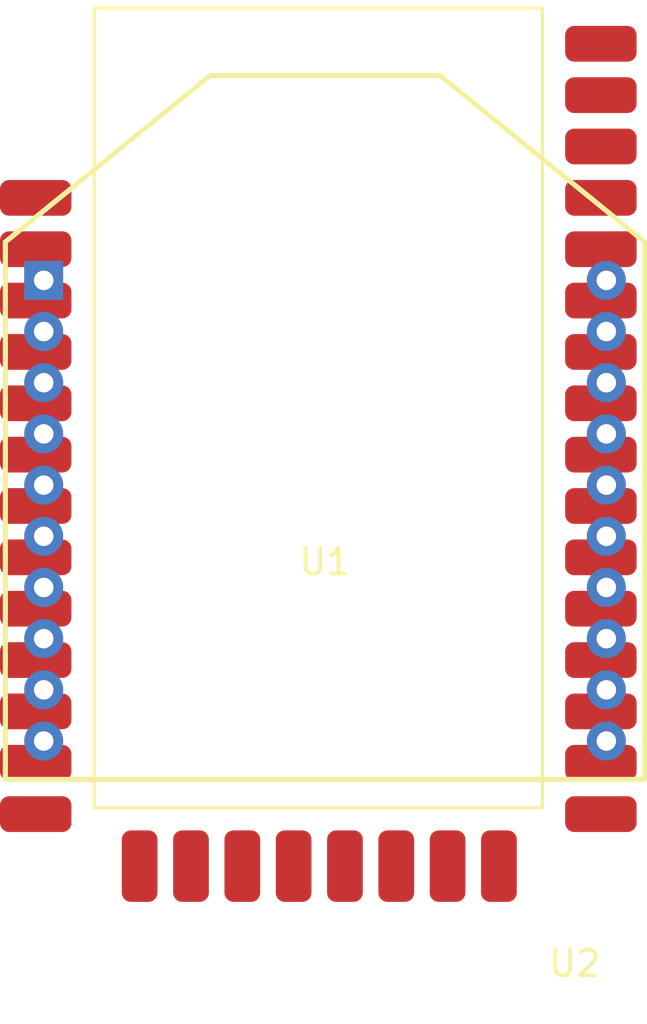
<source format=kicad_pcb>
(kicad_pcb (version 20171130) (host pcbnew 5.1.5+dfsg1-2build2)

  (general
    (thickness 1.6)
    (drawings 0)
    (tracks 0)
    (zones 0)
    (modules 2)
    (nets 19)
  )

  (page A4)
  (layers
    (0 F.Cu signal)
    (31 B.Cu signal)
    (32 B.Adhes user)
    (33 F.Adhes user)
    (34 B.Paste user)
    (35 F.Paste user)
    (36 B.SilkS user)
    (37 F.SilkS user)
    (38 B.Mask user)
    (39 F.Mask user)
    (40 Dwgs.User user)
    (41 Cmts.User user)
    (42 Eco1.User user)
    (43 Eco2.User user)
    (44 Edge.Cuts user)
    (45 Margin user)
    (46 B.CrtYd user)
    (47 F.CrtYd user)
    (48 B.Fab user)
    (49 F.Fab user)
  )

  (setup
    (last_trace_width 0.25)
    (trace_clearance 0.2)
    (zone_clearance 0.508)
    (zone_45_only no)
    (trace_min 0.2)
    (via_size 0.8)
    (via_drill 0.4)
    (via_min_size 0.4)
    (via_min_drill 0.3)
    (uvia_size 0.3)
    (uvia_drill 0.1)
    (uvias_allowed no)
    (uvia_min_size 0.2)
    (uvia_min_drill 0.1)
    (edge_width 0.05)
    (segment_width 0.2)
    (pcb_text_width 0.3)
    (pcb_text_size 1.5 1.5)
    (mod_edge_width 0.12)
    (mod_text_size 1 1)
    (mod_text_width 0.15)
    (pad_size 1.524 1.524)
    (pad_drill 0.762)
    (pad_to_mask_clearance 0.051)
    (solder_mask_min_width 0.25)
    (aux_axis_origin 0 0)
    (visible_elements FFFFFF7F)
    (pcbplotparams
      (layerselection 0x010fc_ffffffff)
      (usegerberextensions false)
      (usegerberattributes false)
      (usegerberadvancedattributes false)
      (creategerberjobfile false)
      (excludeedgelayer true)
      (linewidth 0.100000)
      (plotframeref false)
      (viasonmask false)
      (mode 1)
      (useauxorigin false)
      (hpglpennumber 1)
      (hpglpenspeed 20)
      (hpglpendiameter 15.000000)
      (psnegative false)
      (psa4output false)
      (plotreference true)
      (plotvalue true)
      (plotinvisibletext false)
      (padsonsilk false)
      (subtractmaskfromsilk false)
      (outputformat 1)
      (mirror false)
      (drillshape 1)
      (scaleselection 1)
      (outputdirectory ""))
  )

  (net 0 "")
  (net 1 /SPI_MISO)
  (net 2 /AD3)
  (net 3 /DIN)
  (net 4 /DOUT)
  (net 5 VCC)
  (net 6 /AD2)
  (net 7 /AD1)
  (net 8 /AD0)
  (net 9 /~RTS)
  (net 10 /ASSOCIATE)
  (net 11 /~SLEEP)
  (net 12 /~CTS)
  (net 13 /SPI_MOSI)
  (net 14 /~RESET)
  (net 15 /RSSI_PWM)
  (net 16 /PWM1)
  (net 17 /~SLEEP_REQ)
  (net 18 GND)

  (net_class Default "Ceci est la Netclass par défaut."
    (clearance 0.2)
    (trace_width 0.25)
    (via_dia 0.8)
    (via_drill 0.4)
    (uvia_dia 0.3)
    (uvia_drill 0.1)
    (add_net /AD0)
    (add_net /AD1)
    (add_net /AD2)
    (add_net /AD3)
    (add_net /ASSOCIATE)
    (add_net /DIN)
    (add_net /DOUT)
    (add_net /PWM1)
    (add_net /RSSI_PWM)
    (add_net /SPI_MISO)
    (add_net /SPI_MOSI)
    (add_net /~CTS)
    (add_net /~RESET)
    (add_net /~RTS)
    (add_net /~SLEEP)
    (add_net /~SLEEP_REQ)
    (add_net GND)
    (add_net VCC)
  )

  (module Insa:Xbee3 (layer F.Cu) (tedit 5D67DB32) (tstamp 61B287CD)
    (at 152.790001 76.076001)
    (path /61B2A685)
    (fp_text reference U1 (at 0 5) (layer F.SilkS)
      (effects (font (size 1 1) (thickness 0.15)))
    )
    (fp_text value XBee (at 0 6.5) (layer F.Fab)
      (effects (font (size 1 1) (thickness 0.15)))
    )
    (fp_line (start -12.5 13.5) (end 12.5 13.5) (layer F.SilkS) (width 0.2))
    (fp_line (start 12.5 13.5) (end 12.5 -7.5) (layer F.SilkS) (width 0.2))
    (fp_line (start -12.5 13.5) (end -12.5 -7.5) (layer F.SilkS) (width 0.2))
    (fp_line (start -4.5 -14) (end 4.5 -14) (layer F.SilkS) (width 0.2))
    (fp_line (start 4.5 -14) (end 12.5 -7.5) (layer F.SilkS) (width 0.2))
    (fp_line (start -12.5 -7.5) (end -4.5 -14) (layer F.SilkS) (width 0.2))
    (fp_line (start -4.5 -14) (end 4.5 -14) (layer F.CrtYd) (width 0.2))
    (fp_line (start 4.5 -14) (end 12.5 -7.5) (layer F.CrtYd) (width 0.2))
    (fp_line (start 12.5 -7.5) (end 12.5 13.5) (layer F.CrtYd) (width 0.2))
    (fp_line (start 12.5 13.5) (end -12.5 13.5) (layer F.CrtYd) (width 0.2))
    (fp_line (start -12.5 13.5) (end -12.5 -7.5) (layer F.CrtYd) (width 0.2))
    (fp_line (start -12.5 -7.5) (end -4.5 -14) (layer F.CrtYd) (width 0.2))
    (pad 4 thru_hole circle (at -11 0) (size 1.524 1.524) (drill 0.762) (layers *.Cu *.Mask)
      (net 1 /SPI_MISO))
    (pad 17 thru_hole circle (at 11 0) (size 1.524 1.524) (drill 0.762) (layers *.Cu *.Mask)
      (net 2 /AD3))
    (pad 3 thru_hole circle (at -11 -2) (size 1.524 1.524) (drill 0.762) (layers *.Cu *.Mask)
      (net 3 /DIN))
    (pad 2 thru_hole circle (at -11 -4) (size 1.524 1.524) (drill 0.762) (layers *.Cu *.Mask)
      (net 4 /DOUT))
    (pad 1 thru_hole rect (at -11 -6) (size 1.524 1.524) (drill 0.762) (layers *.Cu *.Mask)
      (net 5 VCC))
    (pad 18 thru_hole circle (at 11 -2) (size 1.524 1.524) (drill 0.762) (layers *.Cu *.Mask)
      (net 6 /AD2))
    (pad 19 thru_hole circle (at 11 -4) (size 1.524 1.524) (drill 0.762) (layers *.Cu *.Mask)
      (net 7 /AD1))
    (pad 20 thru_hole circle (at 11 -6) (size 1.524 1.524) (drill 0.762) (layers *.Cu *.Mask)
      (net 8 /AD0))
    (pad 16 thru_hole circle (at 11 2) (size 1.524 1.524) (drill 0.762) (layers *.Cu *.Mask)
      (net 9 /~RTS))
    (pad 15 thru_hole circle (at 11 4) (size 1.524 1.524) (drill 0.762) (layers *.Cu *.Mask)
      (net 10 /ASSOCIATE))
    (pad 14 thru_hole circle (at 11 6) (size 1.524 1.524) (drill 0.762) (layers *.Cu *.Mask))
    (pad 13 thru_hole circle (at 11 8) (size 1.524 1.524) (drill 0.762) (layers *.Cu *.Mask)
      (net 11 /~SLEEP))
    (pad 12 thru_hole circle (at 11 10) (size 1.524 1.524) (drill 0.762) (layers *.Cu *.Mask)
      (net 12 /~CTS))
    (pad 11 thru_hole circle (at 11 12) (size 1.524 1.524) (drill 0.762) (layers *.Cu *.Mask)
      (net 13 /SPI_MOSI))
    (pad 5 thru_hole circle (at -11 2) (size 1.524 1.524) (drill 0.762) (layers *.Cu *.Mask)
      (net 14 /~RESET))
    (pad 6 thru_hole circle (at -11 4) (size 1.524 1.524) (drill 0.762) (layers *.Cu *.Mask)
      (net 15 /RSSI_PWM))
    (pad 7 thru_hole circle (at -11 6) (size 1.524 1.524) (drill 0.762) (layers *.Cu *.Mask)
      (net 16 /PWM1))
    (pad 8 thru_hole circle (at -11 8) (size 1.524 1.524) (drill 0.762) (layers *.Cu *.Mask))
    (pad 9 thru_hole circle (at -11 10) (size 1.524 1.524) (drill 0.762) (layers *.Cu *.Mask)
      (net 17 /~SLEEP_REQ))
    (pad 10 thru_hole circle (at -11 12) (size 1.524 1.524) (drill 0.762) (layers *.Cu *.Mask)
      (net 18 GND))
  )

  (module Insa:XB8-DMUS-002 (layer F.Cu) (tedit 61B20636) (tstamp 61B287FE)
    (at 152.4 77.724)
    (path /61B2AE8D)
    (fp_text reference U2 (at 10.16 19.05) (layer F.SilkS)
      (effects (font (size 1 1) (thickness 0.15)))
    )
    (fp_text value XB8-DMUS-002 (at 6.35 20.574) (layer F.Fab)
      (effects (font (size 1 1) (thickness 0.15)))
    )
    (fp_line (start -10.922 -18.542) (end -10.922 15.24) (layer F.CrtYd) (width 0.12))
    (fp_line (start -10.922 15.24) (end 11.176 15.24) (layer F.CrtYd) (width 0.12))
    (fp_line (start 11.176 15.24) (end 11.176 -18.542) (layer F.CrtYd) (width 0.12))
    (fp_line (start 11.176 -18.542) (end -10.922 -18.542) (layer F.CrtYd) (width 0.12))
    (fp_line (start -8.636 12.954) (end 8.89 12.954) (layer F.SilkS) (width 0.12))
    (fp_line (start 8.89 12.954) (end 8.89 -18.288) (layer F.SilkS) (width 0.12))
    (fp_line (start 8.89 -18.288) (end -8.636 -18.288) (layer F.SilkS) (width 0.12))
    (fp_line (start -8.636 -18.288) (end -8.636 12.954) (layer F.SilkS) (width 0.12))
    (pad 22 smd roundrect (at 11.176 13.208) (size 2.794 1.397) (layers F.Cu F.Paste F.Mask) (roundrect_rratio 0.25)
      (net 18 GND))
    (pad 23 smd roundrect (at 11.176 11.2014) (size 2.794 1.397) (layers F.Cu F.Paste F.Mask) (roundrect_rratio 0.25))
    (pad 24 smd roundrect (at 11.176 9.1948) (size 2.794 1.397) (layers F.Cu F.Paste F.Mask) (roundrect_rratio 0.25))
    (pad 25 smd roundrect (at 11.176 7.1882) (size 2.794 1.397) (layers F.Cu F.Paste F.Mask) (roundrect_rratio 0.25)
      (net 12 /~CTS))
    (pad 26 smd roundrect (at 11.176 5.1816) (size 2.794 1.397) (layers F.Cu F.Paste F.Mask) (roundrect_rratio 0.25)
      (net 11 /~SLEEP))
    (pad 27 smd roundrect (at 11.176 3.175) (size 2.794 1.397) (layers F.Cu F.Paste F.Mask) (roundrect_rratio 0.25)
      (net 18 GND))
    (pad 28 smd roundrect (at 11.176 1.1684) (size 2.794 1.397) (layers F.Cu F.Paste F.Mask) (roundrect_rratio 0.25)
      (net 10 /ASSOCIATE))
    (pad 29 smd roundrect (at 11.176 -0.8382) (size 2.794 1.397) (layers F.Cu F.Paste F.Mask) (roundrect_rratio 0.25)
      (net 9 /~RTS))
    (pad 30 smd roundrect (at 11.176 -2.8448) (size 2.794 1.397) (layers F.Cu F.Paste F.Mask) (roundrect_rratio 0.25)
      (net 2 /AD3))
    (pad 31 smd roundrect (at 11.176 -4.8514) (size 2.794 1.397) (layers F.Cu F.Paste F.Mask) (roundrect_rratio 0.25)
      (net 6 /AD2))
    (pad 32 smd roundrect (at 11.176 -6.858) (size 2.794 1.397) (layers F.Cu F.Paste F.Mask) (roundrect_rratio 0.25)
      (net 7 /AD1))
    (pad 33 smd roundrect (at 11.176 -8.8646) (size 2.794 1.397) (layers F.Cu F.Paste F.Mask) (roundrect_rratio 0.25)
      (net 8 /AD0))
    (pad 34 smd roundrect (at 11.176 -10.8712) (size 2.794 1.397) (layers F.Cu F.Paste F.Mask) (roundrect_rratio 0.25))
    (pad 35 smd roundrect (at 11.176 -12.8778) (size 2.794 1.397) (layers F.Cu F.Paste F.Mask) (roundrect_rratio 0.25)
      (net 18 GND))
    (pad 36 smd roundrect (at 11.176 -14.8844) (size 2.794 1.397) (layers F.Cu F.Paste F.Mask) (roundrect_rratio 0.25))
    (pad 37 smd roundrect (at 11.176 -16.891) (size 2.794 1.397) (layers F.Cu F.Paste F.Mask) (roundrect_rratio 0.25))
    (pad 10 smd roundrect (at -10.922 7.1882) (size 2.794 1.397) (layers F.Cu F.Paste F.Mask) (roundrect_rratio 0.25)
      (net 17 /~SLEEP_REQ))
    (pad 13 smd roundrect (at -10.922 13.208) (size 2.794 1.397) (layers F.Cu F.Paste F.Mask) (roundrect_rratio 0.25)
      (net 18 GND))
    (pad 7 smd roundrect (at -10.922 1.1684) (size 2.794 1.397) (layers F.Cu F.Paste F.Mask) (roundrect_rratio 0.25)
      (net 15 /RSSI_PWM))
    (pad 2 smd roundrect (at -10.922 -8.8646) (size 2.794 1.397) (layers F.Cu F.Paste F.Mask) (roundrect_rratio 0.25)
      (net 5 VCC))
    (pad 5 smd roundrect (at -10.922 -2.8448) (size 2.794 1.397) (layers F.Cu F.Paste F.Mask) (roundrect_rratio 0.25))
    (pad 9 smd roundrect (at -10.922 5.1816) (size 2.794 1.397) (layers F.Cu F.Paste F.Mask) (roundrect_rratio 0.25))
    (pad 3 smd roundrect (at -10.922 -6.858) (size 2.794 1.397) (layers F.Cu F.Paste F.Mask) (roundrect_rratio 0.25)
      (net 4 /DOUT))
    (pad 8 smd roundrect (at -10.922 3.175) (size 2.794 1.397) (layers F.Cu F.Paste F.Mask) (roundrect_rratio 0.25)
      (net 16 /PWM1))
    (pad 12 smd roundrect (at -10.922 11.2014) (size 2.794 1.397) (layers F.Cu F.Paste F.Mask) (roundrect_rratio 0.25))
    (pad 6 smd roundrect (at -10.922 -0.8382) (size 2.794 1.397) (layers F.Cu F.Paste F.Mask) (roundrect_rratio 0.25)
      (net 14 /~RESET))
    (pad 4 smd roundrect (at -10.922 -4.8514) (size 2.794 1.397) (layers F.Cu F.Paste F.Mask) (roundrect_rratio 0.25)
      (net 3 /DIN))
    (pad 1 smd roundrect (at -10.922 -10.8712) (size 2.794 1.397) (layers F.Cu F.Paste F.Mask) (roundrect_rratio 0.25)
      (net 18 GND))
    (pad 11 smd roundrect (at -10.922 9.1948) (size 2.794 1.397) (layers F.Cu F.Paste F.Mask) (roundrect_rratio 0.25)
      (net 18 GND))
    (pad 14 smd roundrect (at -6.858 15.24 90) (size 2.794 1.397) (layers F.Cu F.Paste F.Mask) (roundrect_rratio 0.25))
    (pad 15 smd roundrect (at -4.8514 15.24 90) (size 2.794 1.397) (layers F.Cu F.Paste F.Mask) (roundrect_rratio 0.25))
    (pad 16 smd roundrect (at -2.8448 15.24 90) (size 2.794 1.397) (layers F.Cu F.Paste F.Mask) (roundrect_rratio 0.25)
      (net 13 /SPI_MOSI))
    (pad 17 smd roundrect (at -0.8382 15.24 90) (size 2.794 1.397) (layers F.Cu F.Paste F.Mask) (roundrect_rratio 0.25)
      (net 1 /SPI_MISO))
    (pad 18 smd roundrect (at 1.1684 15.24 90) (size 2.794 1.397) (layers F.Cu F.Paste F.Mask) (roundrect_rratio 0.25))
    (pad 19 smd roundrect (at 3.175 15.24 90) (size 2.794 1.397) (layers F.Cu F.Paste F.Mask) (roundrect_rratio 0.25))
    (pad 20 smd roundrect (at 5.1816 15.24 90) (size 2.794 1.397) (layers F.Cu F.Paste F.Mask) (roundrect_rratio 0.25))
    (pad 21 smd roundrect (at 7.1882 15.24 90) (size 2.794 1.397) (layers F.Cu F.Paste F.Mask) (roundrect_rratio 0.25))
  )

)

</source>
